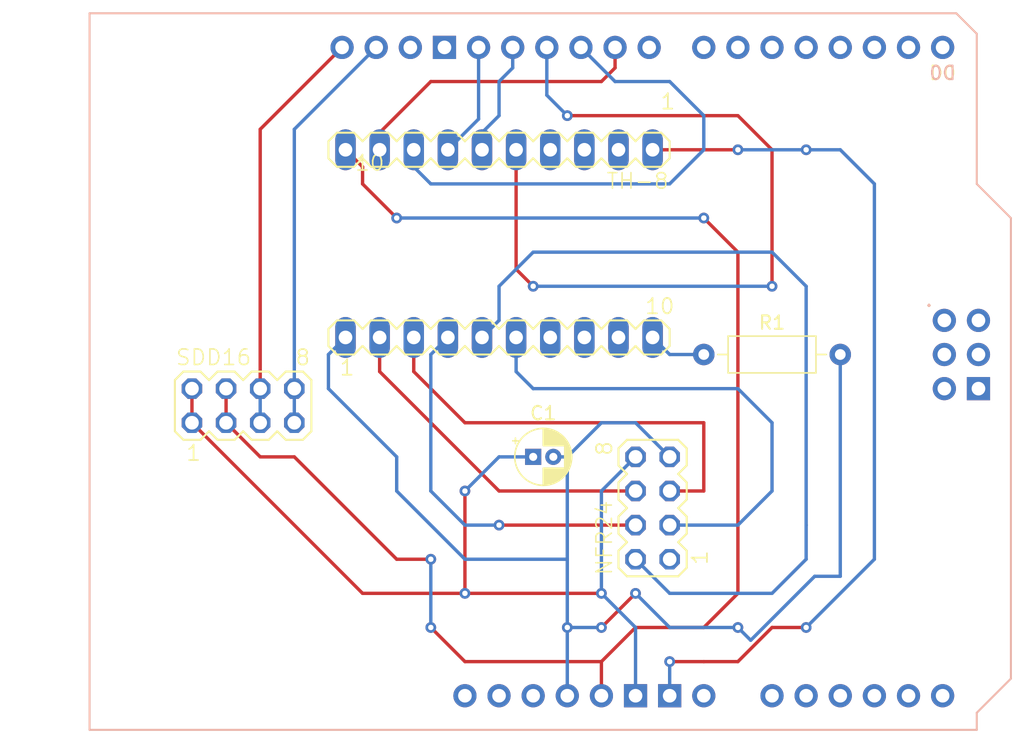
<source format=kicad_pcb>
(kicad_pcb (version 20221018) (generator pcbnew)
  (layers (0 "F.Cu" signal) (31 "B.Cu" signal) (34 "B.Paste" user) (35 "F.Paste" user) (36 "B.SilkS" user "B.Silkscreen") (37 "F.SilkS" user "F.Silkscreen") (38 "B.Mask" user) (39 "F.Mask" user) (44 "Edge.Cuts" user))
  (net 0 "")
  (footprint "Arduino_Shiel_Claudio_3:MA04-2" (layer "F.Cu") (at 59.69 102.87)
    (fp_text reference "SDD16" (at -5.08 -2.921) (layer "F.SilkS") (effects (font (size 1.1557 1.1557) (thickness 0.1143)) (justify left bottom)))
    (fp_text value "")
    (fp_text user "8" (at 3.81 -2.921) (layer "F.SilkS") (effects (font (size 1.143 1.143) (thickness 0.127)) (justify left bottom)))
    (fp_text user "1" (at -4.318 4.191) (layer "F.SilkS") (effects (font (size 1.143 1.143) (thickness 0.127)) (justify left bottom)))
    (fp_line (start -5.08 -1.905) (end -5.08 1.905) (stroke (width 0.1524)) (layer "F.SilkS"))
    (fp_line (start -5.08 1.905) (end -4.445 2.54) (stroke (width 0.1524)) (layer "F.SilkS"))
    (fp_line (start -4.445 -2.54) (end -5.08 -1.905) (stroke (width 0.1524)) (layer "F.SilkS"))
    (fp_line (start -4.445 -2.54) (end -3.175 -2.54) (stroke (width 0.1524)) (layer "F.SilkS"))
    (fp_line (start -3.175 -2.54) (end -2.54 -1.905) (stroke (width 0.1524)) (layer "F.SilkS"))
    (fp_line (start -3.175 2.54) (end -4.445 2.54) (stroke (width 0.1524)) (layer "F.SilkS"))
    (fp_line (start -2.54 -1.905) (end -1.905 -2.54) (stroke (width 0.1524)) (layer "F.SilkS"))
    (fp_line (start -2.54 1.905) (end -3.175 2.54) (stroke (width 0.1524)) (layer "F.SilkS"))
    (fp_line (start -1.905 -2.54) (end -0.635 -2.54) (stroke (width 0.1524)) (layer "F.SilkS"))
    (fp_line (start -1.905 2.54) (end -2.54 1.905) (stroke (width 0.1524)) (layer "F.SilkS"))
    (fp_line (start -0.635 -2.54) (end 0 -1.905) (stroke (width 0.1524)) (layer "F.SilkS"))
    (fp_line (start -0.635 2.54) (end -1.905 2.54) (stroke (width 0.1524)) (layer "F.SilkS"))
    (fp_line (start 0 -1.905) (end 0.635 -2.54) (stroke (width 0.1524)) (layer "F.SilkS"))
    (fp_line (start 0 1.905) (end -0.635 2.54) (stroke (width 0.1524)) (layer "F.SilkS"))
    (fp_line (start 0.635 -2.54) (end 1.905 -2.54) (stroke (width 0.1524)) (layer "F.SilkS"))
    (fp_line (start 0.635 2.54) (end 0 1.905) (stroke (width 0.1524)) (layer "F.SilkS"))
    (fp_line (start 1.905 -2.54) (end 2.54 -1.905) (stroke (width 0.1524)) (layer "F.SilkS"))
    (fp_line (start 1.905 2.54) (end 0.635 2.54) (stroke (width 0.1524)) (layer "F.SilkS"))
    (fp_line (start 2.54 1.905) (end 1.905 2.54) (stroke (width 0.1524)) (layer "F.SilkS"))
    (fp_line (start 2.54 1.905) (end 3.175 2.54) (stroke (width 0.1524)) (layer "F.SilkS"))
    (fp_line (start 3.175 -2.54) (end 2.54 -1.905) (stroke (width 0.1524)) (layer "F.SilkS"))
    (fp_line (start 3.175 -2.54) (end 4.445 -2.54) (stroke (width 0.1524)) (layer "F.SilkS"))
    (fp_line (start 4.445 -2.54) (end 5.08 -1.905) (stroke (width 0.1524)) (layer "F.SilkS"))
    (fp_line (start 4.445 2.54) (end 3.175 2.54) (stroke (width 0.1524)) (layer "F.SilkS"))
    (fp_line (start 5.08 -1.905) (end 5.08 1.905) (stroke (width 0.1524)) (layer "F.SilkS"))
    (fp_line (start 5.08 1.905) (end 4.445 2.54) (stroke (width 0.1524)) (layer "F.SilkS"))
    (pad "1" thru_hole roundrect (at -3.81 1.27) (size 1.524 1.524) (drill 1.016) (layers "*.Cu" "*.Mask") (chamfer_ratio 0.2928932188) (chamfer top_left top_right bottom_left bottom_right))
    (pad "2" thru_hole roundrect (at -3.81 -1.27) (size 1.524 1.524) (drill 1.016) (layers "*.Cu" "*.Mask") (chamfer_ratio 0.2928932188) (chamfer top_left top_right bottom_left bottom_right))
    (pad "3" thru_hole roundrect (at -1.27 1.27) (size 1.524 1.524) (drill 1.016) (layers "*.Cu" "*.Mask") (chamfer_ratio 0.2928932188) (chamfer top_left top_right bottom_left bottom_right))
    (pad "4" thru_hole roundrect (at -1.27 -1.27) (size 1.524 1.524) (drill 1.016) (layers "*.Cu" "*.Mask") (chamfer_ratio 0.2928932188) (chamfer top_left top_right bottom_left bottom_right))
    (pad "5" thru_hole roundrect (at 1.27 1.27) (size 1.524 1.524) (drill 1.016) (layers "*.Cu" "*.Mask") (chamfer_ratio 0.2928932188) (chamfer top_left top_right bottom_left bottom_right))
    (pad "6" thru_hole roundrect (at 1.27 -1.27) (size 1.524 1.524) (drill 1.016) (layers "*.Cu" "*.Mask") (chamfer_ratio 0.2928932188) (chamfer top_left top_right bottom_left bottom_right))
    (pad "7" thru_hole roundrect (at 3.81 1.27) (size 1.524 1.524) (drill 1.016) (layers "*.Cu" "*.Mask") (chamfer_ratio 0.2928932188) (chamfer top_left top_right bottom_left bottom_right))
    (pad "8" thru_hole roundrect (at 3.81 -1.27) (size 1.524 1.524) (drill 1.016) (layers "*.Cu" "*.Mask") (chamfer_ratio 0.2928932188) (chamfer top_left top_right bottom_left bottom_right))
  )
  (footprint "arduino-library:Arduino_Uno_R3_Shield" (layer "F.Cu") (at 48.26 127)
    (fp_text reference "A**" hide)
    (fp_text value "Arduino_Uno_R3_Shield" hide)
    (fp_text user "." (at 62.484 -32.004) (layer "B.SilkS"))
    (fp_text user "D0" (at 63.5 -48.895 unlocked) (layer "B.SilkS") (effects (justify mirror)))
    (fp_text user "." (at 62.484 -32.004) (layer "F.SilkS"))
    (fp_text user "D0" (at 63.5 -48.895 unlocked) (layer "F.SilkS"))
    (fp_line (start 0 -53.34) (end 0 0) (stroke (width 0.15)) (layer "B.SilkS"))
    (fp_line (start 0 -53.34) (end 64.516 -53.34) (stroke (width 0.15)) (layer "B.SilkS"))
    (fp_line (start 0 0) (end 66.04 0) (stroke (width 0.15)) (layer "B.SilkS"))
    (fp_line (start 64.516 -53.34) (end 66.04 -51.816) (stroke (width 0.15)) (layer "B.SilkS"))
    (fp_line (start 66.04 -40.64) (end 66.04 -51.816) (stroke (width 0.15)) (layer "B.SilkS"))
    (fp_line (start 66.04 -1.27) (end 68.58 -3.81) (stroke (width 0.15)) (layer "B.SilkS"))
    (fp_line (start 66.04 0) (end 66.04 -1.27) (stroke (width 0.15)) (layer "B.SilkS"))
    (fp_line (start 68.58 -38.1) (end 66.04 -40.64) (stroke (width 0.15)) (layer "B.SilkS"))
    (fp_line (start 68.58 -3.81) (end 68.58 -38.1) (stroke (width 0.15)) (layer "B.SilkS"))
    (pad "" np_thru_hole circle (at 13.97 -2.54) (size 3.2 3.2) (drill 3.2) (layers "*.Cu" "*.Mask"))
    (pad "" np_thru_hole circle (at 15.24 -50.8) (size 3.2 3.2) (drill 3.2) (layers "*.Cu" "*.Mask"))
    (pad "" thru_hole oval (at 27.94 -2.54) (size 1.7272 1.7272) (drill 1.016) (layers "*.Cu" "*.Mask"))
    (pad "" np_thru_hole circle (at 66.04 -35.56) (size 3.2 3.2) (drill 3.2) (layers "*.Cu" "*.Mask"))
    (pad "" np_thru_hole circle (at 66.04 -7.62) (size 3.2 3.2) (drill 3.2) (layers "*.Cu" "*.Mask"))
    (pad "3V3" thru_hole oval (at 35.56 -2.54) (size 1.7272 1.7272) (drill 1.016) (layers "*.Cu" "*.Mask"))
    (pad "5V1" thru_hole oval (at 38.1 -2.54) (size 1.7272 1.7272) (drill 1.016) (layers "*.Cu" "*.Mask"))
    (pad "5V2" thru_hole oval (at 66.167 -30.48) (size 1.7272 1.7272) (drill 1.016) (layers "*.Cu" "*.Mask"))
    (pad "A0" thru_hole oval (at 50.8 -2.54) (size 1.7272 1.7272) (drill 1.016) (layers "*.Cu" "*.Mask"))
    (pad "A1" thru_hole oval (at 53.34 -2.54) (size 1.7272 1.7272) (drill 1.016) (layers "*.Cu" "*.Mask"))
    (pad "A2" thru_hole oval (at 55.88 -2.54) (size 1.7272 1.7272) (drill 1.016) (layers "*.Cu" "*.Mask"))
    (pad "A3" thru_hole oval (at 58.42 -2.54) (size 1.7272 1.7272) (drill 1.016) (layers "*.Cu" "*.Mask"))
    (pad "A4" thru_hole oval (at 60.96 -2.54) (size 1.7272 1.7272) (drill 1.016) (layers "*.Cu" "*.Mask"))
    (pad "A5" thru_hole oval (at 63.5 -2.54) (size 1.7272 1.7272) (drill 1.016) (layers "*.Cu" "*.Mask"))
    (pad "AREF" thru_hole oval (at 23.876 -50.8) (size 1.7272 1.7272) (drill 1.016) (layers "*.Cu" "*.Mask"))
    (pad "D0" thru_hole oval (at 63.5 -50.8) (size 1.7272 1.7272) (drill 1.016) (layers "*.Cu" "*.Mask"))
    (pad "D1" thru_hole oval (at 60.96 -50.8) (size 1.7272 1.7272) (drill 1.016) (layers "*.Cu" "*.Mask"))
    (pad "D2" thru_hole oval (at 58.42 -50.8) (size 1.7272 1.7272) (drill 1.016) (layers "*.Cu" "*.Mask"))
    (pad "D3" thru_hole oval (at 55.88 -50.8) (size 1.7272 1.7272) (drill 1.016) (layers "*.Cu" "*.Mask"))
    (pad "D4" thru_hole oval (at 53.34 -50.8) (size 1.7272 1.7272) (drill 1.016) (layers "*.Cu" "*.Mask"))
    (pad "D5" thru_hole oval (at 50.8 -50.8) (size 1.7272 1.7272) (drill 1.016) (layers "*.Cu" "*.Mask"))
    (pad "D6" thru_hole oval (at 48.26 -50.8) (size 1.7272 1.7272) (drill 1.016) (layers "*.Cu" "*.Mask"))
    (pad "D7" thru_hole oval (at 45.72 -50.8) (size 1.7272 1.7272) (drill 1.016) (layers "*.Cu" "*.Mask"))
    (pad "D8" thru_hole oval (at 41.656 -50.8) (size 1.7272 1.7272) (drill 1.016) (layers "*.Cu" "*.Mask"))
    (pad "D9" thru_hole oval (at 39.116 -50.8) (size 1.7272 1.7272) (drill 1.016) (layers "*.Cu" "*.Mask"))
    (pad "D10" thru_hole oval (at 36.576 -50.8) (size 1.7272 1.7272) (drill 1.016) (layers "*.Cu" "*.Mask"))
    (pad "D11" thru_hole oval (at 34.036 -50.8) (size 1.7272 1.7272) (drill 1.016) (layers "*.Cu" "*.Mask"))
    (pad "D12" thru_hole oval (at 31.496 -50.8) (size 1.7272 1.7272) (drill 1.016) (layers "*.Cu" "*.Mask"))
    (pad "D13" thru_hole oval (at 28.956 -50.8) (size 1.7272 1.7272) (drill 1.016) (layers "*.Cu" "*.Mask"))
    (pad "GND1" thru_hole rect (at 26.416 -50.8) (size 1.7272 1.7272) (drill 1.016) (layers "*.Cu" "*.Mask"))
    (pad "GND2" thru_hole rect (at 40.64 -2.54) (size 1.7272 1.7272) (drill 1.016) (layers "*.Cu" "*.Mask"))
    (pad "GND3" thru_hole rect (at 43.18 -2.54) (size 1.7272 1.7272) (drill 1.016) (layers "*.Cu" "*.Mask"))
    (pad "GND4" thru_hole rect (at 66.167 -25.4) (size 1.7272 1.7272) (drill 1.016) (layers "*.Cu" "*.Mask"))
    (pad "IORF" thru_hole oval (at 30.48 -2.54) (size 1.7272 1.7272) (drill 1.016) (layers "*.Cu" "*.Mask"))
    (pad "MISO" thru_hole oval (at 63.627 -30.48) (size 1.7272 1.7272) (drill 1.016) (layers "*.Cu" "*.Mask"))
    (pad "MOSI" thru_hole oval (at 66.167 -27.94) (size 1.7272 1.7272) (drill 1.016) (layers "*.Cu" "*.Mask"))
    (pad "RST1" thru_hole oval (at 33.02 -2.54) (size 1.7272 1.7272) (drill 1.016) (layers "*.Cu" "*.Mask"))
    (pad "RST2" thru_hole oval (at 63.627 -25.4) (size 1.7272 1.7272) (drill 1.016) (layers "*.Cu" "*.Mask"))
    (pad "SCK" thru_hole oval (at 63.627 -27.94) (size 1.7272 1.7272) (drill 1.016) (layers "*.Cu" "*.Mask"))
    (pad "SCL" thru_hole oval (at 18.796 -50.8) (size 1.7272 1.7272) (drill 1.016) (layers "*.Cu" "*.Mask"))
    (pad "SDA" thru_hole oval (at 21.336 -50.8) (size 1.7272 1.7272) (drill 1.016) (layers "*.Cu" "*.Mask"))
    (pad "VIN" thru_hole oval (at 45.72 -2.54) (size 1.7272 1.7272) (drill 1.016) (layers "*.Cu" "*.Mask"))
  )
  (footprint "Arduino_Shiel_Claudio_3:MA10-1" (layer "F.Cu") (at 78.74 97.79)
    (fp_text reference "E$7" hide)
    (fp_text value "")
    (fp_text user "1" (at -11.938 2.921) (layer "F.SilkS") (effects (font (size 1.143 1.143) (thickness 0.127)) (justify left bottom)))
    (fp_text user "10" (at 10.795 -1.651) (layer "F.SilkS") (effects (font (size 1.143 1.143) (thickness 0.127)) (justify left bottom)))
    (fp_line (start -12.7 -0.635) (end -12.7 0.635) (stroke (width 0.1524)) (layer "F.SilkS"))
    (fp_line (start -12.7 0.635) (end -12.065 1.27) (stroke (width 0.1524)) (layer "F.SilkS"))
    (fp_line (start -12.065 -1.27) (end -12.7 -0.635) (stroke (width 0.1524)) (layer "F.SilkS"))
    (fp_line (start -12.065 -1.27) (end -10.795 -1.27) (stroke (width 0.1524)) (layer "F.SilkS"))
    (fp_line (start -10.795 -1.27) (end -10.16 -0.635) (stroke (width 0.1524)) (layer "F.SilkS"))
    (fp_line (start -10.795 1.27) (end -12.065 1.27) (stroke (width 0.1524)) (layer "F.SilkS"))
    (fp_line (start -10.16 -0.635) (end -9.525 -1.27) (stroke (width 0.1524)) (layer "F.SilkS"))
    (fp_line (start -10.16 0.635) (end -10.795 1.27) (stroke (width 0.1524)) (layer "F.SilkS"))
    (fp_line (start -9.525 -1.27) (end -8.255 -1.27) (stroke (width 0.1524)) (layer "F.SilkS"))
    (fp_line (start -9.525 1.27) (end -10.16 0.635) (stroke (width 0.1524)) (layer "F.SilkS"))
    (fp_line (start -8.255 -1.27) (end -7.62 -0.635) (stroke (width 0.1524)) (layer "F.SilkS"))
    (fp_line (start -8.255 1.27) (end -9.525 1.27) (stroke (width 0.1524)) (layer "F.SilkS"))
    (fp_line (start -7.62 -0.635) (end -6.985 -1.27) (stroke (width 0.1524)) (layer "F.SilkS"))
    (fp_line (start -7.62 0.635) (end -8.255 1.27) (stroke (width 0.1524)) (layer "F.SilkS"))
    (fp_line (start -6.985 -1.27) (end -5.715 -1.27) (stroke (width 0.1524)) (layer "F.SilkS"))
    (fp_line (start -6.985 1.27) (end -7.62 0.635) (stroke (width 0.1524)) (layer "F.SilkS"))
    (fp_line (start -5.715 -1.27) (end -5.08 -0.635) (stroke (width 0.1524)) (layer "F.SilkS"))
    (fp_line (start -5.715 1.27) (end -6.985 1.27) (stroke (width 0.1524)) (layer "F.SilkS"))
    (fp_line (start -5.08 0.635) (end -5.715 1.27) (stroke (width 0.1524)) (layer "F.SilkS"))
    (fp_line (start -5.08 0.635) (end -4.445 1.27) (stroke (width 0.1524)) (layer "F.SilkS"))
    (fp_line (start -4.445 -1.27) (end -5.08 -0.635) (stroke (width 0.1524)) (layer "F.SilkS"))
    (fp_line (start -4.445 -1.27) (end -3.175 -1.27) (stroke (width 0.1524)) (layer "F.SilkS"))
    (fp_line (start -3.175 -1.27) (end -2.54 -0.635) (stroke (width 0.1524)) (layer "F.SilkS"))
    (fp_line (start -3.175 1.27) (end -4.445 1.27) (stroke (width 0.1524)) (layer "F.SilkS"))
    (fp_line (start -2.54 0.635) (end -3.175 1.27) (stroke (width 0.1524)) (layer "F.SilkS"))
    (fp_line (start -2.54 0.635) (end -1.905 1.27) (stroke (width 0.1524)) (layer "F.SilkS"))
    (fp_line (start -1.905 -1.27) (end -2.54 -0.635) (stroke (width 0.1524)) (layer "F.SilkS"))
    (fp_line (start -1.905 -1.27) (end -0.635 -1.27) (stroke (width 0.1524)) (layer "F.SilkS"))
    (fp_line (start -0.635 -1.27) (end 0 -0.635) (stroke (width 0.1524)) (layer "F.SilkS"))
    (fp_line (start -0.635 1.27) (end -1.905 1.27) (stroke (width 0.1524)) (layer "F.SilkS"))
    (fp_line (start 0 -0.635) (end 0.635 -1.27) (stroke (width 0.1524)) (layer "F.SilkS"))
    (fp_line (start 0 0.635) (end -0.635 1.27) (stroke (width 0.1524)) (layer "F.SilkS"))
    (fp_line (start 0.635 -1.27) (end 1.905 -1.27) (stroke (width 0.1524)) (layer "F.SilkS"))
    (fp_line (start 0.635 1.27) (end 0 0.635) (stroke (width 0.1524)) (layer "F.SilkS"))
    (fp_line (start 1.905 -1.27) (end 2.54 -0.635) (stroke (width 0.1524)) (layer "F.SilkS"))
    (fp_line (start 1.905 1.27) (end 0.635 1.27) (stroke (width 0.1524)) (layer "F.SilkS"))
    (fp_line (start 2.54 -0.635) (end 3.175 -1.27) (stroke (width 0.1524)) (layer "F.SilkS"))
    (fp_line (start 2.54 0.635) (end 1.905 1.27) (stroke (width 0.1524)) (layer "F.SilkS"))
    (fp_line (start 3.175 -1.27) (end 4.445 -1.27) (stroke (width 0.1524)) (layer "F.SilkS"))
    (fp_line (start 3.175 1.27) (end 2.54 0.635) (stroke (width 0.1524)) (layer "F.SilkS"))
    (fp_line (start 4.445 -1.27) (end 5.08 -0.635) (stroke (width 0.1524)) (layer "F.SilkS"))
    (fp_line (start 4.445 1.27) (end 3.175 1.27) (stroke (width 0.1524)) (layer "F.SilkS"))
    (fp_line (start 5.08 0.635) (end 4.445 1.27) (stroke (width 0.1524)) (layer "F.SilkS"))
    (fp_line (start 5.08 0.635) (end 5.715 1.27) (stroke (width 0.1524)) (layer "F.SilkS"))
    (fp_line (start 5.715 -1.27) (end 5.08 -0.635) (stroke (width 0.1524)) (layer "F.SilkS"))
    (fp_line (start 5.715 -1.27) (end 6.985 -1.27) (stroke (width 0.1524)) (layer "F.SilkS"))
    (fp_line (start 6.985 -1.27) (end 7.62 -0.635) (stroke (width 0.1524)) (layer "F.SilkS"))
    (fp_line (start 6.985 1.27) (end 5.715 1.27) (stroke (width 0.1524)) (layer "F.SilkS"))
    (fp_line (start 7.62 0.635) (end 6.985 1.27) (stroke (width 0.1524)) (layer "F.SilkS"))
    (fp_line (start 7.62 0.635) (end 8.255 1.27) (stroke (width 0.1524)) (layer "F.SilkS"))
    (fp_line (start 8.255 -1.27) (end 7.62 -0.635) (stroke (width 0.1524)) (layer "F.SilkS"))
    (fp_line (start 8.255 -1.27) (end 9.525 -1.27) (stroke (width 0.1524)) (layer "F.SilkS"))
    (fp_line (start 9.525 -1.27) (end 10.16 -0.635) (stroke (width 0.1524)) (layer "F.SilkS"))
    (fp_line (start 9.525 1.27) (end 8.255 1.27) (stroke (width 0.1524)) (layer "F.SilkS"))
    (fp_line (start 10.16 -0.635) (end 10.795 -1.27) (stroke (width 0.1524)) (layer "F.SilkS"))
    (fp_line (start 10.16 0.635) (end 9.525 1.27) (stroke (width 0.1524)) (layer "F.SilkS"))
    (fp_line (start 10.795 -1.27) (end 12.065 -1.27) (stroke (width 0.1524)) (layer "F.SilkS"))
    (fp_line (start 10.795 1.27) (end 10.16 0.635) (stroke (width 0.1524)) (layer "F.SilkS"))
    (fp_line (start 12.065 -1.27) (end 12.7 -0.635) (stroke (width 0.1524)) (layer "F.SilkS"))
    (fp_line (start 12.065 1.27) (end 10.795 1.27) (stroke (width 0.1524)) (layer "F.SilkS"))
    (fp_line (start 12.7 -0.635) (end 12.7 0.635) (stroke (width 0.1524)) (layer "F.SilkS"))
    (fp_line (start 12.7 0.635) (end 12.065 1.27) (stroke (width 0.1524)) (layer "F.SilkS"))
    (pad "1" thru_hole oval (at -11.43 0 90) (size 3.048 1.524) (drill 1.016) (layers "*.Cu" "*.Mask"))
    (pad "2" thru_hole oval (at -8.89 0 90) (size 3.048 1.524) (drill 1.016) (layers "*.Cu" "*.Mask"))
    (pad "3" thru_hole oval (at -6.35 0 90) (size 3.048 1.524) (drill 1.016) (layers "*.Cu" "*.Mask"))
    (pad "4" thru_hole oval (at -3.81 0 90) (size 3.048 1.524) (drill 1.016) (layers "*.Cu" "*.Mask"))
    (pad "5" thru_hole oval (at -1.27 0 90) (size 3.048 1.524) (drill 1.016) (layers "*.Cu" "*.Mask"))
    (pad "6" thru_hole oval (at 1.27 0 90) (size 3.048 1.524) (drill 1.016) (layers "*.Cu" "*.Mask"))
    (pad "7" thru_hole oval (at 3.81 0 90) (size 3.048 1.524) (drill 1.016) (layers "*.Cu" "*.Mask"))
    (pad "8" thru_hole oval (at 6.35 0 90) (size 3.048 1.524) (drill 1.016) (layers "*.Cu" "*.Mask"))
    (pad "9" thru_hole oval (at 8.89 0 90) (size 3.048 1.524) (drill 1.016) (layers "*.Cu" "*.Mask"))
    (pad "10" thru_hole oval (at 11.43 0 90) (size 3.048 1.524) (drill 1.016) (layers "*.Cu" "*.Mask"))
  )
  (footprint "Resistor_THT:R_Axial_DIN0207_L6.3mm_D2.5mm_P10.16mm_Horizontal" (layer "F.Cu") (at 93.98 99.06)
    (fp_text reference "R1" (at 5.08 -2.37) (layer "F.SilkS"))
    (fp_text value "R_Axial_DIN0207_L6.3mm_D2.5mm_P10.16mm_Horizontal" hide)
    (fp_line (start 1.04 0) (end 1.81 0) (stroke (width 0.12)) (layer "F.SilkS"))
    (fp_line (start 1.81 -1.37) (end 1.81 1.37) (stroke (width 0.12)) (layer "F.SilkS"))
    (fp_line (start 1.81 1.37) (end 8.35 1.37) (stroke (width 0.12)) (layer "F.SilkS"))
    (fp_line (start 8.35 -1.37) (end 1.81 -1.37) (stroke (width 0.12)) (layer "F.SilkS"))
    (fp_line (start 8.35 1.37) (end 8.35 -1.37) (stroke (width 0.12)) (layer "F.SilkS"))
    (fp_line (start 9.12 0) (end 8.35 0) (stroke (width 0.12)) (layer "F.SilkS"))
    (pad "1" thru_hole circle (at 0 0) (size 1.6 1.6) (drill 0.8) (layers "*.Cu" "*.Mask"))
    (pad "2" thru_hole oval (at 10.16 0) (size 1.6 1.6) (drill 0.8) (layers "*.Cu" "*.Mask"))
  )
  (footprint "Arduino_Shiel_Claudio_3:MA04-2" (layer "F.Cu") (at 90.17 110.49 90)
    (fp_text reference "NFR24" (at -5.08 -2.921 90) (layer "F.SilkS") (effects (font (size 1.1557 1.1557) (thickness 0.1143)) (justify left bottom)))
    (fp_text value "")
    (fp_text user "8" (at 3.81 -2.921 90) (layer "F.SilkS") (effects (font (size 1.143 1.143) (thickness 0.127)) (justify left bottom)))
    (fp_text user "1" (at -4.318 4.191 90) (layer "F.SilkS") (effects (font (size 1.143 1.143) (thickness 0.127)) (justify left bottom)))
    (fp_line (start -5.08 -1.905) (end -5.08 1.905) (stroke (width 0.1524)) (layer "F.SilkS"))
    (fp_line (start -5.08 1.905) (end -4.445 2.54) (stroke (width 0.1524)) (layer "F.SilkS"))
    (fp_line (start -4.445 -2.54) (end -5.08 -1.905) (stroke (width 0.1524)) (layer "F.SilkS"))
    (fp_line (start -4.445 -2.54) (end -3.175 -2.54) (stroke (width 0.1524)) (layer "F.SilkS"))
    (fp_line (start -3.175 -2.54) (end -2.54 -1.905) (stroke (width 0.1524)) (layer "F.SilkS"))
    (fp_line (start -3.175 2.54) (end -4.445 2.54) (stroke (width 0.1524)) (layer "F.SilkS"))
    (fp_line (start -2.54 -1.905) (end -1.905 -2.54) (stroke (width 0.1524)) (layer "F.SilkS"))
    (fp_line (start -2.54 1.905) (end -3.175 2.54) (stroke (width 0.1524)) (layer "F.SilkS"))
    (fp_line (start -1.905 -2.54) (end -0.635 -2.54) (stroke (width 0.1524)) (layer "F.SilkS"))
    (fp_line (start -1.905 2.54) (end -2.54 1.905) (stroke (width 0.1524)) (layer "F.SilkS"))
    (fp_line (start -0.635 -2.54) (end 0 -1.905) (stroke (width 0.1524)) (layer "F.SilkS"))
    (fp_line (start -0.635 2.54) (end -1.905 2.54) (stroke (width 0.1524)) (layer "F.SilkS"))
    (fp_line (start 0 -1.905) (end 0.635 -2.54) (stroke (width 0.1524)) (layer "F.SilkS"))
    (fp_line (start 0 1.905) (end -0.635 2.54) (stroke (width 0.1524)) (layer "F.SilkS"))
    (fp_line (start 0.635 -2.54) (end 1.905 -2.54) (stroke (width 0.1524)) (layer "F.SilkS"))
    (fp_line (start 0.635 2.54) (end 0 1.905) (stroke (width 0.1524)) (layer "F.SilkS"))
    (fp_line (start 1.905 -2.54) (end 2.54 -1.905) (stroke (width 0.1524)) (layer "F.SilkS"))
    (fp_line (start 1.905 2.54) (end 0.635 2.54) (stroke (width 0.1524)) (layer "F.SilkS"))
    (fp_line (start 2.54 1.905) (end 1.905 2.54) (stroke (width 0.1524)) (layer "F.SilkS"))
    (fp_line (start 2.54 1.905) (end 3.175 2.54) (stroke (width 0.1524)) (layer "F.SilkS"))
    (fp_line (start 3.175 -2.54) (end 2.54 -1.905) (stroke (width 0.1524)) (layer "F.SilkS"))
    (fp_line (start 3.175 -2.54) (end 4.445 -2.54) (stroke (width 0.1524)) (layer "F.SilkS"))
    (fp_line (start 4.445 -2.54) (end 5.08 -1.905) (stroke (width 0.1524)) (layer "F.SilkS"))
    (fp_line (start 4.445 2.54) (end 3.175 2.54) (stroke (width 0.1524)) (layer "F.SilkS"))
    (fp_line (start 5.08 -1.905) (end 5.08 1.905) (stroke (width 0.1524)) (layer "F.SilkS"))
    (fp_line (start 5.08 1.905) (end 4.445 2.54) (stroke (width 0.1524)) (layer "F.SilkS"))
    (pad "1" thru_hole roundrect (at -3.81 1.27 90) (size 1.524 1.524) (drill 1.016) (layers "*.Cu" "*.Mask") (chamfer_ratio 0.2928932188) (chamfer top_left top_right bottom_left bottom_right))
    (pad "2" thru_hole roundrect (at -3.81 -1.27 90) (size 1.524 1.524) (drill 1.016) (layers "*.Cu" "*.Mask") (chamfer_ratio 0.2928932188) (chamfer top_left top_right bottom_left bottom_right))
    (pad "3" thru_hole roundrect (at -1.27 1.27 90) (size 1.524 1.524) (drill 1.016) (layers "*.Cu" "*.Mask") (chamfer_ratio 0.2928932188) (chamfer top_left top_right bottom_left bottom_right))
    (pad "4" thru_hole roundrect (at -1.27 -1.27 90) (size 1.524 1.524) (drill 1.016) (layers "*.Cu" "*.Mask") (chamfer_ratio 0.2928932188) (chamfer top_left top_right bottom_left bottom_right))
    (pad "5" thru_hole roundrect (at 1.27 1.27 90) (size 1.524 1.524) (drill 1.016) (layers "*.Cu" "*.Mask") (chamfer_ratio 0.2928932188) (chamfer top_left top_right bottom_left bottom_right))
    (pad "6" thru_hole roundrect (at 1.27 -1.27 90) (size 1.524 1.524) (drill 1.016) (layers "*.Cu" "*.Mask") (chamfer_ratio 0.2928932188) (chamfer top_left top_right bottom_left bottom_right))
    (pad "7" thru_hole roundrect (at 3.81 1.27 90) (size 1.524 1.524) (drill 1.016) (layers "*.Cu" "*.Mask") (chamfer_ratio 0.2928932188) (chamfer top_left top_right bottom_left bottom_right))
    (pad "8" thru_hole roundrect (at 3.81 -1.27 90) (size 1.524 1.524) (drill 1.016) (layers "*.Cu" "*.Mask") (chamfer_ratio 0.2928932188) (chamfer top_left top_right bottom_left bottom_right))
  )
  (footprint "Capacitor_THT:CP_Radial_D4.0mm_P1.50mm" (layer "F.Cu") (at 81.28 106.68)
    (fp_text reference "C1" (at 0.75 -3.25) (layer "F.SilkS"))
    (fp_text value "CP_Radial_D4.0mm_P1.50mm" hide)
    (fp_line (start -1.519801 -1.195) (end -1.119801 -1.195) (stroke (width 0.12)) (layer "F.SilkS"))
    (fp_line (start -1.319801 -1.395) (end -1.319801 -0.995) (stroke (width 0.12)) (layer "F.SilkS"))
    (fp_line (start 0.75 -2.08) (end 0.75 -0.84) (stroke (width 0.12)) (layer "F.SilkS"))
    (fp_line (start 0.75 0.84) (end 0.75 2.08) (stroke (width 0.12)) (layer "F.SilkS"))
    (fp_line (start 0.79 -2.08) (end 0.79 -0.84) (stroke (width 0.12)) (layer "F.SilkS"))
    (fp_line (start 0.79 0.84) (end 0.79 2.08) (stroke (width 0.12)) (layer "F.SilkS"))
    (fp_line (start 0.83 -2.079) (end 0.83 -0.84) (stroke (width 0.12)) (layer "F.SilkS"))
    (fp_line (start 0.83 0.84) (end 0.83 2.079) (stroke (width 0.12)) (layer "F.SilkS"))
    (fp_line (start 0.87 -2.077) (end 0.87 -0.84) (stroke (width 0.12)) (layer "F.SilkS"))
    (fp_line (start 0.87 0.84) (end 0.87 2.077) (stroke (width 0.12)) (layer "F.SilkS"))
    (fp_line (start 0.91 -2.074) (end 0.91 -0.84) (stroke (width 0.12)) (layer "F.SilkS"))
    (fp_line (start 0.91 0.84) (end 0.91 2.074) (stroke (width 0.12)) (layer "F.SilkS"))
    (fp_line (start 0.95 -2.071) (end 0.95 -0.84) (stroke (width 0.12)) (layer "F.SilkS"))
    (fp_line (start 0.95 0.84) (end 0.95 2.071) (stroke (width 0.12)) (layer "F.SilkS"))
    (fp_line (start 0.99 -2.067) (end 0.99 -0.84) (stroke (width 0.12)) (layer "F.SilkS"))
    (fp_line (start 0.99 0.84) (end 0.99 2.067) (stroke (width 0.12)) (layer "F.SilkS"))
    (fp_line (start 1.03 -2.062) (end 1.03 -0.84) (stroke (width 0.12)) (layer "F.SilkS"))
    (fp_line (start 1.03 0.84) (end 1.03 2.062) (stroke (width 0.12)) (layer "F.SilkS"))
    (fp_line (start 1.07 -2.056) (end 1.07 -0.84) (stroke (width 0.12)) (layer "F.SilkS"))
    (fp_line (start 1.07 0.84) (end 1.07 2.056) (stroke (width 0.12)) (layer "F.SilkS"))
    (fp_line (start 1.11 -2.05) (end 1.11 -0.84) (stroke (width 0.12)) (layer "F.SilkS"))
    (fp_line (start 1.11 0.84) (end 1.11 2.05) (stroke (width 0.12)) (layer "F.SilkS"))
    (fp_line (start 1.15 -2.042) (end 1.15 -0.84) (stroke (width 0.12)) (layer "F.SilkS"))
    (fp_line (start 1.15 0.84) (end 1.15 2.042) (stroke (width 0.12)) (layer "F.SilkS"))
    (fp_line (start 1.19 -2.034) (end 1.19 -0.84) (stroke (width 0.12)) (layer "F.SilkS"))
    (fp_line (start 1.19 0.84) (end 1.19 2.034) (stroke (width 0.12)) (layer "F.SilkS"))
    (fp_line (start 1.23 -2.025) (end 1.23 -0.84) (stroke (width 0.12)) (layer "F.SilkS"))
    (fp_line (start 1.23 0.84) (end 1.23 2.025) (stroke (width 0.12)) (layer "F.SilkS"))
    (fp_line (start 1.27 -2.016) (end 1.27 -0.84) (stroke (width 0.12)) (layer "F.SilkS"))
    (fp_line (start 1.27 0.84) (end 1.27 2.016) (stroke (width 0.12)) (layer "F.SilkS"))
    (fp_line (start 1.31 -2.005) (end 1.31 -0.84) (stroke (width 0.12)) (layer "F.SilkS"))
    (fp_line (start 1.31 0.84) (end 1.31 2.005) (stroke (width 0.12)) (layer "F.SilkS"))
    (fp_line (start 1.35 -1.994) (end 1.35 -0.84) (stroke (width 0.12)) (layer "F.SilkS"))
    (fp_line (start 1.35 0.84) (end 1.35 1.994) (stroke (width 0.12)) (layer "F.SilkS"))
    (fp_line (start 1.39 -1.982) (end 1.39 -0.84) (stroke (width 0.12)) (layer "F.SilkS"))
    (fp_line (start 1.39 0.84) (end 1.39 1.982) (stroke (width 0.12)) (layer "F.SilkS"))
    (fp_line (start 1.43 -1.968) (end 1.43 -0.84) (stroke (width 0.12)) (layer "F.SilkS"))
    (fp_line (start 1.43 0.84) (end 1.43 1.968) (stroke (width 0.12)) (layer "F.SilkS"))
    (fp_line (start 1.471 -1.954) (end 1.471 -0.84) (stroke (width 0.12)) (layer "F.SilkS"))
    (fp_line (start 1.471 0.84) (end 1.471 1.954) (stroke (width 0.12)) (layer "F.SilkS"))
    (fp_line (start 1.511 -1.94) (end 1.511 -0.84) (stroke (width 0.12)) (layer "F.SilkS"))
    (fp_line (start 1.511 0.84) (end 1.511 1.94) (stroke (width 0.12)) (layer "F.SilkS"))
    (fp_line (start 1.551 -1.924) (end 1.551 -0.84) (stroke (width 0.12)) (layer "F.SilkS"))
    (fp_line (start 1.551 0.84) (end 1.551 1.924) (stroke (width 0.12)) (layer "F.SilkS"))
    (fp_line (start 1.591 -1.907) (end 1.591 -0.84) (stroke (width 0.12)) (layer "F.SilkS"))
    (fp_line (start 1.591 0.84) (end 1.591 1.907) (stroke (width 0.12)) (layer "F.SilkS"))
    (fp_line (start 1.631 -1.889) (end 1.631 -0.84) (stroke (width 0.12)) (layer "F.SilkS"))
    (fp_line (start 1.631 0.84) (end 1.631 1.889) (stroke (width 0.12)) (layer "F.SilkS"))
    (fp_line (start 1.671 -1.87) (end 1.671 -0.84) (stroke (width 0.12)) (layer "F.SilkS"))
    (fp_line (start 1.671 0.84) (end 1.671 1.87) (stroke (width 0.12)) (layer "F.SilkS"))
    (fp_line (start 1.711 -1.851) (end 1.711 -0.84) (stroke (width 0.12)) (layer "F.SilkS"))
    (fp_line (start 1.711 0.84) (end 1.711 1.851) (stroke (width 0.12)) (layer "F.SilkS"))
    (fp_line (start 1.751 -1.83) (end 1.751 -0.84) (stroke (width 0.12)) (layer "F.SilkS"))
    (fp_line (start 1.751 0.84) (end 1.751 1.83) (stroke (width 0.12)) (layer "F.SilkS"))
    (fp_line (start 1.791 -1.808) (end 1.791 -0.84) (stroke (width 0.12)) (layer "F.SilkS"))
    (fp_line (start 1.791 0.84) (end 1.791 1.808) (stroke (width 0.12)) (layer "F.SilkS"))
    (fp_line (start 1.831 -1.785) (end 1.831 -0.84) (stroke (width 0.12)) (layer "F.SilkS"))
    (fp_line (start 1.831 0.84) (end 1.831 1.785) (stroke (width 0.12)) (layer "F.SilkS"))
    (fp_line (start 1.871 -1.76) (end 1.871 -0.84) (stroke (width 0.12)) (layer "F.SilkS"))
    (fp_line (start 1.871 0.84) (end 1.871 1.76) (stroke (width 0.12)) (layer "F.SilkS"))
    (fp_line (start 1.911 -1.735) (end 1.911 -0.84) (stroke (width 0.12)) (layer "F.SilkS"))
    (fp_line (start 1.911 0.84) (end 1.911 1.735) (stroke (width 0.12)) (layer "F.SilkS"))
    (fp_line (start 1.951 -1.708) (end 1.951 -0.84) (stroke (width 0.12)) (layer "F.SilkS"))
    (fp_line (start 1.951 0.84) (end 1.951 1.708) (stroke (width 0.12)) (layer "F.SilkS"))
    (fp_line (start 1.991 -1.68) (end 1.991 -0.84) (stroke (width 0.12)) (layer "F.SilkS"))
    (fp_line (start 1.991 0.84) (end 1.991 1.68) (stroke (width 0.12)) (layer "F.SilkS"))
    (fp_line (start 2.031 -1.65) (end 2.031 -0.84) (stroke (width 0.12)) (layer "F.SilkS"))
    (fp_line (start 2.031 0.84) (end 2.031 1.65) (stroke (width 0.12)) (layer "F.SilkS"))
    (fp_line (start 2.071 -1.619) (end 2.071 -0.84) (stroke (width 0.12)) (layer "F.SilkS"))
    (fp_line (start 2.071 0.84) (end 2.071 1.619) (stroke (width 0.12)) (layer "F.SilkS"))
    (fp_line (start 2.111 -1.587) (end 2.111 -0.84) (stroke (width 0.12)) (layer "F.SilkS"))
    (fp_line (start 2.111 0.84) (end 2.111 1.587) (stroke (width 0.12)) (layer "F.SilkS"))
    (fp_line (start 2.151 -1.552) (end 2.151 -0.84) (stroke (width 0.12)) (layer "F.SilkS"))
    (fp_line (start 2.151 0.84) (end 2.151 1.552) (stroke (width 0.12)) (layer "F.SilkS"))
    (fp_line (start 2.191 -1.516) (end 2.191 -0.84) (stroke (width 0.12)) (layer "F.SilkS"))
    (fp_line (start 2.191 0.84) (end 2.191 1.516) (stroke (width 0.12)) (layer "F.SilkS"))
    (fp_line (start 2.231 -1.478) (end 2.231 -0.84) (stroke (width 0.12)) (layer "F.SilkS"))
    (fp_line (start 2.231 0.84) (end 2.231 1.478) (stroke (width 0.12)) (layer "F.SilkS"))
    (fp_line (start 2.271 -1.438) (end 2.271 -0.84) (stroke (width 0.12)) (layer "F.SilkS"))
    (fp_line (start 2.271 0.84) (end 2.271 1.438) (stroke (width 0.12)) (layer "F.SilkS"))
    (fp_line (start 2.311 -1.396) (end 2.311 -0.84) (stroke (width 0.12)) (layer "F.SilkS"))
    (fp_line (start 2.311 0.84) (end 2.311 1.396) (stroke (width 0.12)) (layer "F.SilkS"))
    (fp_line (start 2.351 -1.351) (end 2.351 1.351) (stroke (width 0.12)) (layer "F.SilkS"))
    (fp_line (start 2.391 -1.304) (end 2.391 1.304) (stroke (width 0.12)) (layer "F.SilkS"))
    (fp_line (start 2.431 -1.254) (end 2.431 1.254) (stroke (width 0.12)) (layer "F.SilkS"))
    (fp_line (start 2.471 -1.2) (end 2.471 1.2) (stroke (width 0.12)) (layer "F.SilkS"))
    (fp_line (start 2.511 -1.142) (end 2.511 1.142) (stroke (width 0.12)) (layer "F.SilkS"))
    (fp_line (start 2.551 -1.08) (end 2.551 1.08) (stroke (width 0.12)) (layer "F.SilkS"))
    (fp_line (start 2.591 -1.013) (end 2.591 1.013) (stroke (width 0.12)) (layer "F.SilkS"))
    (fp_line (start 2.631 -0.94) (end 2.631 0.94) (stroke (width 0.12)) (layer "F.SilkS"))
    (fp_line (start 2.671 -0.859) (end 2.671 0.859) (stroke (width 0.12)) (layer "F.SilkS"))
    (fp_line (start 2.711 -0.768) (end 2.711 0.768) (stroke (width 0.12)) (layer "F.SilkS"))
    (fp_line (start 2.751 -0.664) (end 2.751 0.664) (stroke (width 0.12)) (layer "F.SilkS"))
    (fp_line (start 2.791 -0.537) (end 2.791 0.537) (stroke (width 0.12)) (layer "F.SilkS"))
    (fp_line (start 2.831 -0.37) (end 2.831 0.37) (stroke (width 0.12)) (layer "F.SilkS"))
    (fp_circle (center 0.75 0) (end 2.87 0) (stroke (width 0.12)) (fill none) (layer "F.SilkS"))
    (pad "1" thru_hole rect (at 0 0) (size 1.2 1.2) (drill 0.6) (layers "*.Cu" "*.Mask"))
    (pad "2" thru_hole circle (at 1.5 0) (size 1.2 1.2) (drill 0.6) (layers "*.Cu" "*.Mask"))
  )
  (footprint "Arduino_Shiel_Claudio_3:MA10-1" (layer "F.Cu") (at 78.74 83.82 180)
    (fp_text reference "TH-8" (at -12.7 -1.651) (layer "F.SilkS") (effects (font (size 1.1557 1.1557) (thickness 0.1143)) (justify right top)))
    (fp_text value "")
    (fp_text user "10" (at 10.795 -1.651 180) (layer "F.SilkS") (effects (font (size 1.143 1.143) (thickness 0.127)) (justify left bottom)))
    (fp_text user "1" (at -11.938 2.921 180) (layer "F.SilkS") (effects (font (size 1.143 1.143) (thickness 0.127)) (justify left bottom)))
    (fp_line (start -12.7 -0.635) (end -12.7 0.635) (stroke (width 0.1524)) (layer "F.SilkS"))
    (fp_line (start -12.7 0.635) (end -12.065 1.27) (stroke (width 0.1524)) (layer "F.SilkS"))
    (fp_line (start -12.065 -1.27) (end -12.7 -0.635) (stroke (width 0.1524)) (layer "F.SilkS"))
    (fp_line (start -12.065 -1.27) (end -10.795 -1.27) (stroke (width 0.1524)) (layer "F.SilkS"))
    (fp_line (start -10.795 -1.27) (end -10.16 -0.635) (stroke (width 0.1524)) (layer "F.SilkS"))
    (fp_line (start -10.795 1.27) (end -12.065 1.27) (stroke (width 0.1524)) (layer "F.SilkS"))
    (fp_line (start -10.16 -0.635) (end -9.525 -1.27) (stroke (width 0.1524)) (layer "F.SilkS"))
    (fp_line (start -10.16 0.635) (end -10.795 1.27) (stroke (width 0.1524)) (layer "F.SilkS"))
    (fp_line (start -9.525 -1.27) (end -8.255 -1.27) (stroke (width 0.1524)) (layer "F.SilkS"))
    (fp_line (start -9.525 1.27) (end -10.16 0.635) (stroke (width 0.1524)) (layer "F.SilkS"))
    (fp_line (start -8.255 -1.27) (end -7.62 -0.635) (stroke (width 0.1524)) (layer "F.SilkS"))
    (fp_line (start -8.255 1.27) (end -9.525 1.27) (stroke (width 0.1524)) (layer "F.SilkS"))
    (fp_line (start -7.62 -0.635) (end -6.985 -1.27) (stroke (width 0.1524)) (layer "F.SilkS"))
    (fp_line (start -7.62 0.635) (end -8.255 1.27) (stroke (width 0.1524)) (layer "F.SilkS"))
    (fp_line (start -6.985 -1.27) (end -5.715 -1.27) (stroke (width 0.1524)) (layer "F.SilkS"))
    (fp_line (start -6.985 1.27) (end -7.62 0.635) (stroke (width 0.1524)) (layer "F.SilkS"))
    (fp_line (start -5.715 -1.27) (end -5.08 -0.635) (stroke (width 0.1524)) (layer "F.SilkS"))
    (fp_line (start -5.715 1.27) (end -6.985 1.27) (stroke (width 0.1524)) (layer "F.SilkS"))
    (fp_line (start -5.08 0.635) (end -5.715 1.27) (stroke (width 0.1524)) (layer "F.SilkS"))
    (fp_line (start -5.08 0.635) (end -4.445 1.27) (stroke (width 0.1524)) (layer "F.SilkS"))
    (fp_line (start -4.445 -1.27) (end -5.08 -0.635) (stroke (width 0.1524)) (layer "F.SilkS"))
    (fp_line (start -4.445 -1.27) (end -3.175 -1.27) (stroke (width 0.1524)) (layer "F.SilkS"))
    (fp_line (start -3.175 -1.27) (end -2.54 -0.635) (stroke (width 0.1524)) (layer "F.SilkS"))
    (fp_line (start -3.175 1.27) (end -4.445 1.27) (stroke (width 0.1524)) (layer "F.SilkS"))
    (fp_line (start -2.54 0.635) (end -3.175 1.27) (stroke (width 0.1524)) (layer "F.SilkS"))
    (fp_line (start -2.54 0.635) (end -1.905 1.27) (stroke (width 0.1524)) (layer "F.SilkS"))
    (fp_line (start -1.905 -1.27) (end -2.54 -0.635) (stroke (width 0.1524)) (layer "F.SilkS"))
    (fp_line (start -1.905 -1.27) (end -0.635 -1.27) (stroke (width 0.1524)) (layer "F.SilkS"))
    (fp_line (start -0.635 -1.27) (end 0 -0.635) (stroke (width 0.1524)) (layer "F.SilkS"))
    (fp_line (start -0.635 1.27) (end -1.905 1.27) (stroke (width 0.1524)) (layer "F.SilkS"))
    (fp_line (start 0 -0.635) (end 0.635 -1.27) (stroke (width 0.1524)) (layer "F.SilkS"))
    (fp_line (start 0 0.635) (end -0.635 1.27) (stroke (width 0.1524)) (layer "F.SilkS"))
    (fp_line (start 0.635 -1.27) (end 1.905 -1.27) (stroke (width 0.1524)) (layer "F.SilkS"))
    (fp_line (start 0.635 1.27) (end 0 0.635) (stroke (width 0.1524)) (layer "F.SilkS"))
    (fp_line (start 1.905 -1.27) (end 2.54 -0.635) (stroke (width 0.1524)) (layer "F.SilkS"))
    (fp_line (start 1.905 1.27) (end 0.635 1.27) (stroke (width 0.1524)) (layer "F.SilkS"))
    (fp_line (start 2.54 -0.635) (end 3.175 -1.27) (stroke (width 0.1524)) (layer "F.SilkS"))
    (fp_line (start 2.54 0.635) (end 1.905 1.27) (stroke (width 0.1524)) (layer "F.SilkS"))
    (fp_line (start 3.175 -1.27) (end 4.445 -1.27) (stroke (width 0.1524)) (layer "F.SilkS"))
    (fp_line (start 3.175 1.27) (end 2.54 0.635) (stroke (width 0.1524)) (layer "F.SilkS"))
    (fp_line (start 4.445 -1.27) (end 5.08 -0.635) (stroke (width 0.1524)) (layer "F.SilkS"))
    (fp_line (start 4.445 1.27) (end 3.175 1.27) (stroke (width 0.1524)) (layer "F.SilkS"))
    (fp_line (start 5.08 0.635) (end 4.445 1.27) (stroke (width 0.1524)) (layer "F.SilkS"))
    (fp_line (start 5.08 0.635) (end 5.715 1.27) (stroke (width 0.1524)) (layer "F.SilkS"))
    (fp_line (start 5.715 -1.27) (end 5.08 -0.635) (stroke (width 0.1524)) (layer "F.SilkS"))
    (fp_line (start 5.715 -1.27) (end 6.985 -1.27) (stroke (width 0.1524)) (layer "F.SilkS"))
    (fp_line (start 6.985 -1.27) (end 7.62 -0.635) (stroke (width 0.1524)) (layer "F.SilkS"))
    (fp_line (start 6.985 1.27) (end 5.715 1.27) (stroke (width 0.1524)) (layer "F.SilkS"))
    (fp_line (start 7.62 0.635) (end 6.985 1.27) (stroke (width 0.1524)) (layer "F.SilkS"))
    (fp_line (start 7.62 0.635) (end 8.255 1.27) (stroke (width 0.1524)) (layer "F.SilkS"))
    (fp_line (start 8.255 -1.27) (end 7.62 -0.635) (stroke (width 0.1524)) (layer "F.SilkS"))
    (fp_line (start 8.255 -1.27) (end 9.525 -1.27) (stroke (width 0.1524)) (layer "F.SilkS"))
    (fp_line (start 9.525 -1.27) (end 10.16 -0.635) (stroke (width 0.1524)) (layer "F.SilkS"))
    (fp_line (start 9.525 1.27) (end 8.255 1.27) (stroke (width 0.1524)) (layer "F.SilkS"))
    (fp_line (start 10.16 -0.635) (end 10.795 -1.27) (stroke (width 0.1524)) (layer "F.SilkS"))
    (fp_line (start 10.16 0.635) (end 9.525 1.27) (stroke (width 0.1524)) (layer "F.SilkS"))
    (fp_line (start 10.795 -1.27) (end 12.065 -1.27) (stroke (width 0.1524)) (layer "F.SilkS"))
    (fp_line (start 10.795 1.27) (end 10.16 0.635) (stroke (width 0.1524)) (layer "F.SilkS"))
    (fp_line (start 12.065 -1.27) (end 12.7 -0.635) (stroke (width 0.1524)) (layer "F.SilkS"))
    (fp_line (start 12.065 1.27) (end 10.795 1.27) (stroke (width 0.1524)) (layer "F.SilkS"))
    (fp_line (start 12.7 -0.635) (end 12.7 0.635) (stroke (width 0.1524)) (layer "F.SilkS"))
    (fp_line (start 12.7 0.635) (end 12.065 1.27) (stroke (width 0.1524)) (layer "F.SilkS"))
    (pad "1" thru_hole oval (at -11.43 0 270) (size 3.048 1.524) (drill 1.016) (layers "*.Cu" "*.Mask"))
    (pad "2" thru_hole oval (at -8.89 0 270) (size 3.048 1.524) (drill 1.016) (layers "*.Cu" "*.Mask"))
    (pad "3" thru_hole oval (at -6.35 0 270) (size 3.048 1.524) (drill 1.016) (layers "*.Cu" "*.Mask"))
    (pad "4" thru_hole oval (at -3.81 0 270) (size 3.048 1.524) (drill 1.016) (layers "*.Cu" "*.Mask"))
    (pad "5" thru_hole oval (at -1.27 0 270) (size 3.048 1.524) (drill 1.016) (layers "*.Cu" "*.Mask"))
    (pad "6" thru_hole oval (at 1.27 0 270) (size 3.048 1.524) (drill 1.016) (layers "*.Cu" "*.Mask"))
    (pad "7" thru_hole oval (at 3.81 0 270) (size 3.048 1.524) (drill 1.016) (layers "*.Cu" "*.Mask"))
    (pad "8" thru_hole oval (at 6.35 0 270) (size 3.048 1.524) (drill 1.016) (layers "*.Cu" "*.Mask"))
    (pad "9" thru_hole oval (at 8.89 0 270) (size 3.048 1.524) (drill 1.016) (layers "*.Cu" "*.Mask"))
    (pad "10" thru_hole oval (at 11.43 0 270) (size 3.048 1.524) (drill 1.016) (layers "*.Cu" "*.Mask"))
  )
  (segment (start 96.52 81.28) (end 83.82 81.28) (width 0.25) (layer "F.Cu") (net 0))
  (segment (start 93.98 121.92) (end 91.44 121.92) (width 0.25) (layer "F.Cu") (net 0))
  (segment (start 80.01 92.71) (end 81.28 93.98) (width 0.25) (layer "F.Cu") (net 0))
  (segment (start 96.52 116.84) (end 96.52 91.44) (width 0.25) (layer "F.Cu") (net 0))
  (segment (start 71.12 88.9) (end 68.58 86.36) (width 0.25) (layer "F.Cu") (net 0))
  (segment (start 72.39 100.33) (end 72.39 97.79) (width 0.25) (layer "F.Cu") (net 0))
  (segment (start 86.36 124.46) (end 86.36 121.92) (width 0.25) (layer "F.Cu") (net 0))
  (segment (start 73.66 78.74) (end 69.85 82.55) (width 0.25) (layer "F.Cu") (net 0))
  (segment (start 91.44 109.22) (end 93.98 109.22) (width 0.25) (layer "F.Cu") (net 0))
  (segment (start 73.66 114.3) (end 71.12 114.3) (width 0.25) (layer "F.Cu") (net 0))
  (segment (start 96.52 121.92) (end 93.98 121.92) (width 0.25) (layer "F.Cu") (net 0))
  (segment (start 68.58 116.84) (end 76.2 116.84) (width 0.25) (layer "F.Cu") (net 0))
  (segment (start 93.98 109.22) (end 93.98 104.14) (width 0.25) (layer "F.Cu") (net 0))
  (segment (start 77.47 83.82) (end 77.47 82.55) (width 0) (layer "F.Cu") (net 0))
  (segment (start 87.376 76.2) (end 87.376 77.724) (width 0.25) (layer "F.Cu") (net 0))
  (segment (start 99.06 119.38) (end 96.52 121.92) (width 0.25) (layer "F.Cu") (net 0))
  (segment (start 76.2 116.84) (end 86.36 116.84) (width 0.25) (layer "F.Cu") (net 0))
  (segment (start 60.96 106.68) (end 58.42 104.14) (width 0.25) (layer "F.Cu") (net 0))
  (segment (start 76.2 116.84) (end 76.2 109.22) (width 0.25) (layer "F.Cu") (net 0))
  (segment (start 86.36 119.38) (end 88.9 116.84) (width 0.25) (layer "F.Cu") (net 0))
  (segment (start 101.6 119.38) (end 99.06 119.38) (width 0.25) (layer "F.Cu") (net 0))
  (segment (start 99.06 93.98) (end 99.06 83.82) (width 0.25) (layer "F.Cu") (net 0))
  (segment (start 68.58 85.09) (end 67.31 83.82) (width 0.25) (layer "F.Cu") (net 0))
  (segment (start 80.01 83.82) (end 80.01 82.55) (width 0) (layer "F.Cu") (net 0))
  (segment (start 80.01 83.82) (end 80.01 92.71) (width 0.25) (layer "F.Cu") (net 0))
  (segment (start 76.2 121.92) (end 73.66 119.38) (width 0.25) (layer "F.Cu") (net 0))
  (segment (start 76.2 104.14) (end 72.39 100.33) (width 0.25) (layer "F.Cu") (net 0))
  (segment (start 55.88 104.14) (end 68.58 116.84) (width 0.25) (layer "F.Cu") (net 0))
  (segment (start 69.85 100.33) (end 69.85 97.79) (width 0.25) (layer "F.Cu") (net 0))
  (segment (start 87.376 77.724) (end 86.36 78.74) (width 0.25) (layer "F.Cu") (net 0))
  (segment (start 93.98 119.38) (end 96.52 116.84) (width 0.25) (layer "F.Cu") (net 0))
  (segment (start 69.85 82.55) (end 69.85 83.82) (width 0.25) (layer "F.Cu") (net 0))
  (segment (start 86.36 121.92) (end 76.2 121.92) (width 0.25) (layer "F.Cu") (net 0))
  (segment (start 99.06 83.82) (end 96.52 81.28) (width 0.25) (layer "F.Cu") (net 0))
  (segment (start 93.98 104.14) (end 76.2 104.14) (width 0.25) (layer "F.Cu") (net 0))
  (segment (start 88.9 111.76) (end 78.74 111.76) (width 0.25) (layer "F.Cu") (net 0))
  (segment (start 55.88 101.6) (end 55.88 104.14) (width 0.25) (layer "F.Cu") (net 0))
  (segment (start 63.5 106.68) (end 60.96 106.68) (width 0.25) (layer "F.Cu") (net 0))
  (segment (start 60.96 101.6) (end 60.96 82.296) (width 0.25) (layer "F.Cu") (net 0))
  (segment (start 90.17 83.82) (end 96.52 83.82) (width 0.25) (layer "F.Cu") (net 0))
  (segment (start 78.74 109.22) (end 69.85 100.33) (width 0.25) (layer "F.Cu") (net 0))
  (segment (start 88.9 109.22) (end 78.74 109.22) (width 0.25) (layer "F.Cu") (net 0))
  (segment (start 74.93 83.82) (end 74.93 85.09) (width 0) (layer "F.Cu") (net 0))
  (segment (start 96.52 91.44) (end 93.98 88.9) (width 0.25) (layer "F.Cu") (net 0))
  (segment (start 86.36 121.92) (end 88.9 119.38) (width 0.25) (layer "F.Cu") (net 0))
  (segment (start 71.12 114.3) (end 63.5 106.68) (width 0.25) (layer "F.Cu") (net 0))
  (segment (start 60.96 82.296) (end 67.056 76.2) (width 0.25) (layer "F.Cu") (net 0))
  (segment (start 68.58 86.36) (end 68.58 85.09) (width 0.25) (layer "F.Cu") (net 0))
  (segment (start 58.42 101.6) (end 58.42 104.14) (width 0.25) (layer "F.Cu") (net 0))
  (segment (start 86.36 78.74) (end 73.66 78.74) (width 0.25) (layer "F.Cu") (net 0))
  (segment (start 88.9 119.38) (end 93.98 119.38) (width 0.25) (layer "F.Cu") (net 0))
  (via (at 76.2 109.22) (size 0.8) (drill 0.4) (layers "F.Cu" "B.Cu") (net 0))
  (via (at 86.36 116.84) (size 0.8) (drill 0.4) (layers "F.Cu" "B.Cu") (net 0))
  (via (at 93.98 88.9) (size 0.8) (drill 0.4) (layers "F.Cu" "B.Cu") (net 0))
  (via (at 96.52 83.82) (size 0.8) (drill 0.4) (layers "F.Cu" "B.Cu") (net 0))
  (via (at 101.6 119.38) (size 0.8) (drill 0.4) (layers "F.Cu" "B.Cu") (net 0))
  (via (at 78.74 111.76) (size 0.8) (drill 0.4) (layers "F.Cu" "B.Cu") (net 0))
  (via (at 76.2 116.84) (size 0.8) (drill 0.4) (layers "F.Cu" "B.Cu") (net 0))
  (via (at 88.9 116.84) (size 0.8) (drill 0.4) (layers "F.Cu" "B.Cu") (net 0))
  (via (at 91.44 121.92) (size 0.8) (drill 0.4) (layers "F.Cu" "B.Cu") (net 0))
  (via (at 81.28 93.98) (size 0.8) (drill 0.4) (layers "F.Cu" "B.Cu") (net 0))
  (via (at 96.52 119.38) (size 0.8) (drill 0.4) (layers "F.Cu" "B.Cu") (net 0))
  (via (at 71.12 88.9) (size 0.8) (drill 0.4) (layers "F.Cu" "B.Cu") (net 0))
  (via (at 83.82 81.28) (size 0.8) (drill 0.4) (layers "F.Cu" "B.Cu") (net 0))
  (via (at 73.66 114.3) (size 0.8) (drill 0.4) (layers "F.Cu" "B.Cu") (net 0))
  (via (at 83.82 119.38) (size 0.8) (drill 0.4) (layers "F.Cu" "B.Cu") (net 0))
  (via (at 99.06 93.98) (size 0.8) (drill 0.4) (layers "F.Cu" "B.Cu") (net 0))
  (via (at 86.36 119.38) (size 0.8) (drill 0.4) (layers "F.Cu" "B.Cu") (net 0))
  (via (at 73.66 119.38) (size 0.8) (drill 0.4) (layers "F.Cu" "B.Cu") (net 0))
  (via (at 101.6 83.82) (size 0.8) (drill 0.4) (layers "F.Cu" "B.Cu") (net 0))
  (segment (start 73.66 119.38) (end 73.66 114.3) (width 0.25) (layer "B.Cu") (net 0))
  (segment (start 96.52 83.82) (end 101.6 83.82) (width 0.25) (layer "B.Cu") (net 0))
  (segment (start 91.44 119.38) (end 96.52 119.38) (width 0.25) (layer "B.Cu") (net 0))
  (segment (start 66.04 99.06) (end 66.04 101.6) (width 0.25) (layer "B.Cu") (net 0))
  (segment (start 101.6 114.3) (end 99.06 116.84) (width 0.25) (layer "B.Cu") (net 0))
  (segment (start 96.52 111.76) (end 99.06 109.22) (width 0.25) (layer "B.Cu") (net 0))
  (segment (start 82.296 79.756) (end 83.82 81.28) (width 0.25) (layer "B.Cu") (net 0))
  (segment (start 83.82 119.38) (end 83.82 106.68) (width 0.25) (layer "B.Cu") (net 0))
  (segment (start 101.6 111.76) (end 101.6 114.3) (width 0.25) (layer "B.Cu") (net 0))
  (segment (start 93.98 81.28) (end 91.44 78.74) (width 0.25) (layer "B.Cu") (net 0))
  (segment (start 104.14 99.06) (end 104.14 115.57) (width 0.25) (layer "B.Cu") (net 0))
  (segment (start 88.9 116.84) (end 91.44 119.38) (width 0.25) (layer "B.Cu") (net 0))
  (segment (start 91.44 99.06) (end 90.17 97.79) (width 0.25) (layer "B.Cu") (net 0))
  (segment (start 96.52 119.38) (end 97.4725 120.3325) (width 0.25) (layer "B.Cu") (net 0))
  (segment (start 91.44 86.36) (end 93.98 83.82) (width 0.25) (layer "B.Cu") (net 0))
  (segment (start 77.47 82.55) (end 78.74 81.28) (width 0.25) (layer "B.Cu") (net 0))
  (segment (start 80.01 97.79) (end 80.01 100.33) (width 0.25) (layer "B.Cu") (net 0))
  (segment (start 78.74 96.52) (end 78.74 93.98) (width 0.25) (layer "B.Cu") (net 0))
  (segment (start 86.36 116.84) (end 88.9 119.38) (width 0.25) (layer "B.Cu") (net 0))
  (segment (start 71.12 109.22) (end 76.2 114.3) (width 0.25) (layer "B.Cu") (net 0))
  (segment (start 77.47 97.79) (end 78.74 96.52) (width 0.25) (layer "B.Cu") (net 0))
  (segment (start 76.2 114.3) (end 83.82 114.3) (width 0.25) (layer "B.Cu") (net 0))
  (segment (start 86.36 109.22) (end 86.36 116.84) (width 0.25) (layer "B.Cu") (net 0))
  (segment (start 102.235 115.57) (end 97.4725 120.3325) (width 0.25) (layer "B.Cu") (net 0))
  (segment (start 60.96 101.6) (end 60.96 104.14) (width 0.25) (layer "B.Cu") (net 0))
  (segment (start 73.66 86.36) (end 91.44 86.36) (width 0.25) (layer "B.Cu") (net 0))
  (segment (start 63.5 101.6) (end 63.5 104.14) (width 0.25) (layer "B.Cu") (net 0))
  (segment (start 78.74 81.28) (end 78.74 78.74) (width 0.25) (layer "B.Cu") (net 0))
  (segment (start 80.01 100.33) (end 81.28 101.6) (width 0.25) (layer "B.Cu") (net 0))
  (segment (start 106.68 86.36) (end 106.68 114.3) (width 0.25) (layer "B.Cu") (net 0))
  (segment (start 91.44 124.46) (end 91.44 121.92) (width 0.25) (layer "B.Cu") (net 0))
  (segment (start 77.47 83.82) (end 77.47 82.55) (width 0) (layer "B.Cu") (net 0))
  (segment (start 88.9 119.38) (end 88.9 124.46) (width 0.25) (layer "B.Cu") (net 0))
  (segment (start 73.66 99.06) (end 73.66 109.22) (width 0.25) (layer "B.Cu") (net 0))
  (segment (start 73.66 109.22) (end 76.2 111.76) (width 0.25) (layer "B.Cu") (net 0))
  (segment (start 82.296 76.2) (end 82.296 79.756) (width 0.25) (layer "B.Cu") (net 0))
  (segment (start 78.74 106.68) (end 76.2 109.22) (width 0.25) (layer "B.Cu") (net 0))
  (segment (start 77.216 76.2) (end 77.216 81.534) (width 0.25) (layer "B.Cu") (net 0))
  (segment (start 72.39 85.09) (end 73.66 86.36) (width 0.25) (layer "B.Cu") (net 0))
  (segment (start 72.39 83.82) (end 72.39 85.09) (width 0) (layer "B.Cu") (net 0))
  (segment (start 99.06 91.44) (end 101.6 93.98) (width 0.25) (layer "B.Cu") (net 0))
  (segment (start 83.82 106.68) (end 86.36 104.14) (width 0.25) (layer "B.Cu") (net 0))
  (segment (start 81.28 91.44) (end 99.06 91.44) (width 0.25) (layer "B.Cu") (net 0))
  (segment (start 83.82 124.46) (end 83.82 119.38) (width 0.25) (layer "B.Cu") (net 0))
  (segment (start 71.12 88.9) (end 93.98 88.9) (width 0.25) (layer "B.Cu") (net 0))
  (segment (start 87.376 78.74) (end 84.836 76.2) (width 0.25) (layer "B.Cu") (net 0))
  (segment (start 76.2 111.76) (end 78.74 111.76) (width 0.25) (layer "B.Cu") (net 0))
  (segment (start 81.28 106.68) (end 78.74 106.68) (width 0.25) (layer "B.Cu") (net 0))
  (segment (start 83.82 119.38) (end 86.36 119.38) (width 0.25) (layer "B.Cu") (net 0))
  (segment (start 71.12 106.68) (end 71.12 109.22) (width 0.25) (layer "B.Cu") (net 0))
  (segment (start 91.44 111.76) (end 96.52 111.76) (width 0.25) (layer "B.Cu") (net 0))
  (segment (start 67.31 97.79) (end 66.04 99.06) (width 0.25) (layer "B.Cu") (net 0))
  (segment (start 91.44 116.84) (end 88.9 114.3) (width 0.25) (layer "B.Cu") (net 0))
  (segment (start 86.36 104.14) (end 88.9 104.14) (width 0.25) (layer "B.Cu") (net 0))
  (segment (start 83.82 76.2) (end 84.836 76.2) (width 0) (layer "B.Cu") (net 0))
  (segment (start 99.06 104.14) (end 96.52 101.6) (width 0.25) (layer "B.Cu") (net 0))
  (segment (start 101.6 93.98) (end 101.6 111.76) (width 0.25) (layer "B.Cu") (net 0))
  (segment (start 82.78 106.68) (end 83.82 106.68) (width 0.25) (layer "B.Cu") (net 0))
  (segment (start 104.14 115.57) (end 102.235 115.57) (width 0.25) (layer "B.Cu") (net 0))
  (segment (start 99.06 109.22) (end 99.06 104.14) (width 0.25) (layer "B.Cu") (net 0))
  (segment (start 81.28 93.98) (end 99.06 93.98) (width 0.25) (layer "B.Cu") (net 0))
  (segment (start 104.14 83.82) (end 106.68 86.36) (width 0.25) (layer "B.Cu") (net 0))
  (segment (start 79.756 77.724) (end 78.74 78.74) (width 0.25) (layer "B.Cu") (net 0))
  (segment (start 66.04 101.6) (end 71.12 106.68) (width 0.25) (layer "B.Cu") (net 0))
  (segment (start 63.5 82.296) (end 69.596 76.2) (width 0.25) (layer "B.Cu") (net 0))
  (segment (start 74.93 97.79) (end 73.66 99.06) (width 0.25) (layer "B.Cu") (net 0))
  (segment (start 93.98 99.06) (end 91.44 99.06) (width 0.25) (layer "B.Cu") (net 0))
  (segment (start 79.756 76.2) (end 79.756 77.724) (width 0.25) (layer "B.Cu") (net 0))
  (segment (start 93.98 83.82) (end 93.98 81.28) (width 0.25) (layer "B.Cu") (net 0))
  (segment (start 78.74 93.98) (end 81.28 91.44) (width 0.25) (layer "B.Cu") (net 0))
  (segment (start 99.06 116.84) (end 91.44 116.84) (width 0.25) (layer "B.Cu") (net 0))
  (segment (start 106.68 114.3) (end 101.6 119.38) (width 0.25) (layer "B.Cu") (net 0))
  (segment (start 81.28 101.6) (end 96.52 101.6) (width 0.25) (layer "B.Cu") (net 0))
  (segment (start 77.216 81.534) (end 74.93 83.82) (width 0.25) (layer "B.Cu") (net 0))
  (segment (start 91.44 78.74) (end 87.376 78.74) (width 0.25) (layer "B.Cu") (net 0))
  (segment (start 88.9 104.14) (end 91.44 106.68) (width 0.25) (layer "B.Cu") (net 0))
  (segment (start 88.9 106.68) (end 86.36 109.22) (width 0.25) (layer "B.Cu") (net 0))
  (segment (start 101.6 83.82) (end 104.14 83.82) (width 0.25) (layer "B.Cu") (net 0))
  (segment (start 63.5 101.6) (end 63.5 82.296) (width 0.25) (layer "B.Cu") (net 0))
)
</source>
